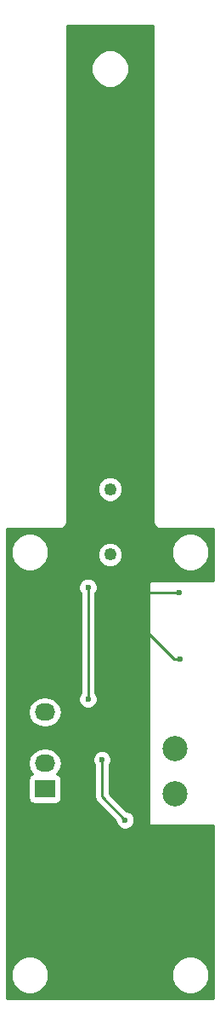
<source format=gbr>
G04 #@! TF.FileFunction,Copper,L2,Bot,Signal*
%FSLAX46Y46*%
G04 Gerber Fmt 4.6, Leading zero omitted, Abs format (unit mm)*
G04 Created by KiCad (PCBNEW (2015-06-09 BZR 5726)-product) date Fri 12 Jun 2015 06:36:18 PM PDT*
%MOMM*%
G01*
G04 APERTURE LIST*
%ADD10C,0.100000*%
%ADD11C,2.499360*%
%ADD12C,1.250000*%
%ADD13R,2.032000X1.727200*%
%ADD14O,2.032000X1.727200*%
%ADD15C,0.600000*%
%ADD16C,0.250000*%
%ADD17C,0.254000*%
G04 APERTURE END LIST*
D10*
D11*
X153500000Y-132500000D03*
D12*
X147000000Y-106750000D03*
X147000000Y-113250000D03*
D11*
X153500000Y-137000000D03*
D13*
X140500000Y-136500000D03*
D14*
X140500000Y-133960000D03*
X140500000Y-131420000D03*
X140500000Y-128880000D03*
D15*
X146200000Y-133600000D03*
X148500000Y-139600000D03*
X153900000Y-117000000D03*
X154000000Y-123600000D03*
X143100000Y-132400000D03*
X144500000Y-139800000D03*
X144300000Y-153100000D03*
X150100000Y-153100000D03*
X140500000Y-121000000D03*
X147100000Y-96200000D03*
X144800000Y-127600000D03*
X144800000Y-116500000D03*
D16*
X146200000Y-137300000D02*
X146200000Y-133600000D01*
X148500000Y-139600000D02*
X146200000Y-137300000D01*
X153900000Y-117000000D02*
X150800000Y-117000000D01*
X150800000Y-117000000D02*
X150900000Y-117000000D01*
X150900000Y-117000000D02*
X150800000Y-117000000D01*
X153400000Y-123600000D02*
X150800000Y-121000000D01*
X154000000Y-123600000D02*
X153400000Y-123600000D01*
X144500000Y-139800000D02*
X143100000Y-138400000D01*
X143100000Y-138400000D02*
X143100000Y-132400000D01*
X144500000Y-152900000D02*
X144300000Y-153100000D01*
X144500000Y-139800000D02*
X144500000Y-152900000D01*
X144300000Y-153100000D02*
X150100000Y-153100000D01*
X150800000Y-117000000D02*
X150800000Y-121000000D01*
X147100000Y-96200000D02*
X150800000Y-99900000D01*
X150800000Y-109824882D02*
X150800000Y-117000000D01*
X150800000Y-99900000D02*
X150800000Y-109824882D01*
X145775118Y-109824882D02*
X150800000Y-109824882D01*
X143100000Y-112500000D02*
X145775118Y-109824882D01*
X140924264Y-121000000D02*
X140935174Y-121010910D01*
X140500000Y-121000000D02*
X140924264Y-121000000D01*
X143100000Y-121010910D02*
X143100000Y-112500000D01*
X140935174Y-121010910D02*
X143100000Y-121010910D01*
X143100000Y-132400000D02*
X143100000Y-121010910D01*
X144800000Y-127600000D02*
X144800000Y-116500000D01*
D17*
G36*
X157315000Y-157315000D02*
X156885326Y-157315000D01*
X156885326Y-154626695D01*
X156598957Y-153933628D01*
X156069161Y-153402907D01*
X155376595Y-153115328D01*
X154626695Y-153114674D01*
X153933628Y-153401043D01*
X153402907Y-153930839D01*
X153115328Y-154623405D01*
X153114674Y-155373305D01*
X153401043Y-156066372D01*
X153930839Y-156597093D01*
X154623405Y-156884672D01*
X155373305Y-156885326D01*
X156066372Y-156598957D01*
X156597093Y-156069161D01*
X156884672Y-155376595D01*
X156885326Y-154626695D01*
X156885326Y-157315000D01*
X149435162Y-157315000D01*
X149435162Y-139414833D01*
X149293117Y-139071057D01*
X149030327Y-138807808D01*
X148885326Y-138747598D01*
X148885326Y-64626695D01*
X148598957Y-63933628D01*
X148069161Y-63402907D01*
X147376595Y-63115328D01*
X146626695Y-63114674D01*
X145933628Y-63401043D01*
X145402907Y-63930839D01*
X145115328Y-64623405D01*
X145114674Y-65373305D01*
X145401043Y-66066372D01*
X145930839Y-66597093D01*
X146623405Y-66884672D01*
X147373305Y-66885326D01*
X148066372Y-66598957D01*
X148597093Y-66069161D01*
X148884672Y-65376595D01*
X148885326Y-64626695D01*
X148885326Y-138747598D01*
X148686799Y-138665162D01*
X148639923Y-138665121D01*
X148260218Y-138285416D01*
X148260218Y-113000470D01*
X148260218Y-106500470D01*
X148068799Y-106037200D01*
X147714665Y-105682447D01*
X147251729Y-105490219D01*
X146750470Y-105489782D01*
X146287200Y-105681201D01*
X145932447Y-106035335D01*
X145740219Y-106498271D01*
X145739782Y-106999530D01*
X145931201Y-107462800D01*
X146285335Y-107817553D01*
X146748271Y-108009781D01*
X147249530Y-108010218D01*
X147712800Y-107818799D01*
X148067553Y-107464665D01*
X148259781Y-107001729D01*
X148260218Y-106500470D01*
X148260218Y-113000470D01*
X148068799Y-112537200D01*
X147714665Y-112182447D01*
X147251729Y-111990219D01*
X146750470Y-111989782D01*
X146287200Y-112181201D01*
X145932447Y-112535335D01*
X145740219Y-112998271D01*
X145739782Y-113499530D01*
X145931201Y-113962800D01*
X146285335Y-114317553D01*
X146748271Y-114509781D01*
X147249530Y-114510218D01*
X147712800Y-114318799D01*
X148067553Y-113964665D01*
X148259781Y-113501729D01*
X148260218Y-113000470D01*
X148260218Y-138285416D01*
X146960000Y-136985198D01*
X146960000Y-134162462D01*
X146992192Y-134130327D01*
X147134838Y-133786799D01*
X147135162Y-133414833D01*
X146993117Y-133071057D01*
X146730327Y-132807808D01*
X146386799Y-132665162D01*
X146014833Y-132664838D01*
X145735162Y-132780395D01*
X145735162Y-127414833D01*
X145593117Y-127071057D01*
X145560000Y-127037882D01*
X145560000Y-117062462D01*
X145592192Y-117030327D01*
X145734838Y-116686799D01*
X145735162Y-116314833D01*
X145593117Y-115971057D01*
X145330327Y-115707808D01*
X144986799Y-115565162D01*
X144614833Y-115564838D01*
X144271057Y-115706883D01*
X144007808Y-115969673D01*
X143865162Y-116313201D01*
X143864838Y-116685167D01*
X144006883Y-117028943D01*
X144040000Y-117062117D01*
X144040000Y-127037537D01*
X144007808Y-127069673D01*
X143865162Y-127413201D01*
X143864838Y-127785167D01*
X144006883Y-128128943D01*
X144269673Y-128392192D01*
X144613201Y-128534838D01*
X144985167Y-128535162D01*
X145328943Y-128393117D01*
X145592192Y-128130327D01*
X145734838Y-127786799D01*
X145735162Y-127414833D01*
X145735162Y-132780395D01*
X145671057Y-132806883D01*
X145407808Y-133069673D01*
X145265162Y-133413201D01*
X145264838Y-133785167D01*
X145406883Y-134128943D01*
X145440000Y-134162117D01*
X145440000Y-137300000D01*
X145497852Y-137590839D01*
X145662599Y-137837401D01*
X147564877Y-139739679D01*
X147564838Y-139785167D01*
X147706883Y-140128943D01*
X147969673Y-140392192D01*
X148313201Y-140534838D01*
X148685167Y-140535162D01*
X149028943Y-140393117D01*
X149292192Y-140130327D01*
X149434838Y-139786799D01*
X149435162Y-139414833D01*
X149435162Y-157315000D01*
X142183345Y-157315000D01*
X142183345Y-133960000D01*
X142183345Y-128880000D01*
X142069271Y-128306511D01*
X141744415Y-127820330D01*
X141258234Y-127495474D01*
X140885326Y-127421298D01*
X140885326Y-112626695D01*
X140598957Y-111933628D01*
X140069161Y-111402907D01*
X139376595Y-111115328D01*
X138626695Y-111114674D01*
X137933628Y-111401043D01*
X137402907Y-111930839D01*
X137115328Y-112623405D01*
X137114674Y-113373305D01*
X137401043Y-114066372D01*
X137930839Y-114597093D01*
X138623405Y-114884672D01*
X139373305Y-114885326D01*
X140066372Y-114598957D01*
X140597093Y-114069161D01*
X140884672Y-113376595D01*
X140885326Y-112626695D01*
X140885326Y-127421298D01*
X140684745Y-127381400D01*
X140315255Y-127381400D01*
X139741766Y-127495474D01*
X139255585Y-127820330D01*
X138930729Y-128306511D01*
X138816655Y-128880000D01*
X138930729Y-129453489D01*
X139255585Y-129939670D01*
X139741766Y-130264526D01*
X140315255Y-130378600D01*
X140684745Y-130378600D01*
X141258234Y-130264526D01*
X141744415Y-129939670D01*
X142069271Y-129453489D01*
X142183345Y-128880000D01*
X142183345Y-133960000D01*
X142069271Y-133386511D01*
X141744415Y-132900330D01*
X141258234Y-132575474D01*
X140684745Y-132461400D01*
X140315255Y-132461400D01*
X139741766Y-132575474D01*
X139255585Y-132900330D01*
X138930729Y-133386511D01*
X138816655Y-133960000D01*
X138930729Y-134533489D01*
X139255585Y-135019670D01*
X139271367Y-135030215D01*
X139241877Y-135035937D01*
X139029073Y-135175727D01*
X138886623Y-135386760D01*
X138836560Y-135636400D01*
X138836560Y-137363600D01*
X138883537Y-137605723D01*
X139023327Y-137818527D01*
X139234360Y-137960977D01*
X139484000Y-138011040D01*
X141516000Y-138011040D01*
X141758123Y-137964063D01*
X141970927Y-137824273D01*
X142113377Y-137613240D01*
X142163440Y-137363600D01*
X142163440Y-135636400D01*
X142116463Y-135394277D01*
X141976673Y-135181473D01*
X141765640Y-135039023D01*
X141727037Y-135031281D01*
X141744415Y-135019670D01*
X142069271Y-134533489D01*
X142183345Y-133960000D01*
X142183345Y-157315000D01*
X140885326Y-157315000D01*
X140885326Y-154626695D01*
X140598957Y-153933628D01*
X140069161Y-153402907D01*
X139376595Y-153115328D01*
X138626695Y-153114674D01*
X137933628Y-153401043D01*
X137402907Y-153930839D01*
X137115328Y-154623405D01*
X137114674Y-155373305D01*
X137401043Y-156066372D01*
X137930839Y-156597093D01*
X138623405Y-156884672D01*
X139373305Y-156885326D01*
X140066372Y-156598957D01*
X140597093Y-156069161D01*
X140884672Y-155376595D01*
X140885326Y-154626695D01*
X140885326Y-157315000D01*
X136685000Y-157315000D01*
X136685000Y-113000000D01*
X136685000Y-110685000D01*
X141000000Y-110685000D01*
X142000000Y-110685000D01*
X142262138Y-110632857D01*
X142484368Y-110484368D01*
X142632857Y-110262138D01*
X142685000Y-110000000D01*
X142685000Y-60685000D01*
X151315000Y-60685000D01*
X151315000Y-110000000D01*
X151367143Y-110262138D01*
X151515632Y-110484368D01*
X151737862Y-110632857D01*
X152000000Y-110685000D01*
X157315000Y-110685000D01*
X157315000Y-113000000D01*
X157315000Y-115873000D01*
X156885326Y-115873000D01*
X156885326Y-112626695D01*
X156598957Y-111933628D01*
X156069161Y-111402907D01*
X155376595Y-111115328D01*
X154626695Y-111114674D01*
X153933628Y-111401043D01*
X153402907Y-111930839D01*
X153115328Y-112623405D01*
X153114674Y-113373305D01*
X153401043Y-114066372D01*
X153930839Y-114597093D01*
X154623405Y-114884672D01*
X155373305Y-114885326D01*
X156066372Y-114598957D01*
X156597093Y-114069161D01*
X156884672Y-113376595D01*
X156885326Y-112626695D01*
X156885326Y-115873000D01*
X151000000Y-115873000D01*
X150951399Y-115882667D01*
X150910197Y-115910197D01*
X150882667Y-115951399D01*
X150873000Y-116000000D01*
X150873000Y-140000000D01*
X150882667Y-140048601D01*
X150910197Y-140089803D01*
X150951399Y-140117333D01*
X151000000Y-140127000D01*
X157315000Y-140127000D01*
X157315000Y-157315000D01*
X157315000Y-157315000D01*
G37*
X157315000Y-157315000D02*
X156885326Y-157315000D01*
X156885326Y-154626695D01*
X156598957Y-153933628D01*
X156069161Y-153402907D01*
X155376595Y-153115328D01*
X154626695Y-153114674D01*
X153933628Y-153401043D01*
X153402907Y-153930839D01*
X153115328Y-154623405D01*
X153114674Y-155373305D01*
X153401043Y-156066372D01*
X153930839Y-156597093D01*
X154623405Y-156884672D01*
X155373305Y-156885326D01*
X156066372Y-156598957D01*
X156597093Y-156069161D01*
X156884672Y-155376595D01*
X156885326Y-154626695D01*
X156885326Y-157315000D01*
X149435162Y-157315000D01*
X149435162Y-139414833D01*
X149293117Y-139071057D01*
X149030327Y-138807808D01*
X148885326Y-138747598D01*
X148885326Y-64626695D01*
X148598957Y-63933628D01*
X148069161Y-63402907D01*
X147376595Y-63115328D01*
X146626695Y-63114674D01*
X145933628Y-63401043D01*
X145402907Y-63930839D01*
X145115328Y-64623405D01*
X145114674Y-65373305D01*
X145401043Y-66066372D01*
X145930839Y-66597093D01*
X146623405Y-66884672D01*
X147373305Y-66885326D01*
X148066372Y-66598957D01*
X148597093Y-66069161D01*
X148884672Y-65376595D01*
X148885326Y-64626695D01*
X148885326Y-138747598D01*
X148686799Y-138665162D01*
X148639923Y-138665121D01*
X148260218Y-138285416D01*
X148260218Y-113000470D01*
X148260218Y-106500470D01*
X148068799Y-106037200D01*
X147714665Y-105682447D01*
X147251729Y-105490219D01*
X146750470Y-105489782D01*
X146287200Y-105681201D01*
X145932447Y-106035335D01*
X145740219Y-106498271D01*
X145739782Y-106999530D01*
X145931201Y-107462800D01*
X146285335Y-107817553D01*
X146748271Y-108009781D01*
X147249530Y-108010218D01*
X147712800Y-107818799D01*
X148067553Y-107464665D01*
X148259781Y-107001729D01*
X148260218Y-106500470D01*
X148260218Y-113000470D01*
X148068799Y-112537200D01*
X147714665Y-112182447D01*
X147251729Y-111990219D01*
X146750470Y-111989782D01*
X146287200Y-112181201D01*
X145932447Y-112535335D01*
X145740219Y-112998271D01*
X145739782Y-113499530D01*
X145931201Y-113962800D01*
X146285335Y-114317553D01*
X146748271Y-114509781D01*
X147249530Y-114510218D01*
X147712800Y-114318799D01*
X148067553Y-113964665D01*
X148259781Y-113501729D01*
X148260218Y-113000470D01*
X148260218Y-138285416D01*
X146960000Y-136985198D01*
X146960000Y-134162462D01*
X146992192Y-134130327D01*
X147134838Y-133786799D01*
X147135162Y-133414833D01*
X146993117Y-133071057D01*
X146730327Y-132807808D01*
X146386799Y-132665162D01*
X146014833Y-132664838D01*
X145735162Y-132780395D01*
X145735162Y-127414833D01*
X145593117Y-127071057D01*
X145560000Y-127037882D01*
X145560000Y-117062462D01*
X145592192Y-117030327D01*
X145734838Y-116686799D01*
X145735162Y-116314833D01*
X145593117Y-115971057D01*
X145330327Y-115707808D01*
X144986799Y-115565162D01*
X144614833Y-115564838D01*
X144271057Y-115706883D01*
X144007808Y-115969673D01*
X143865162Y-116313201D01*
X143864838Y-116685167D01*
X144006883Y-117028943D01*
X144040000Y-117062117D01*
X144040000Y-127037537D01*
X144007808Y-127069673D01*
X143865162Y-127413201D01*
X143864838Y-127785167D01*
X144006883Y-128128943D01*
X144269673Y-128392192D01*
X144613201Y-128534838D01*
X144985167Y-128535162D01*
X145328943Y-128393117D01*
X145592192Y-128130327D01*
X145734838Y-127786799D01*
X145735162Y-127414833D01*
X145735162Y-132780395D01*
X145671057Y-132806883D01*
X145407808Y-133069673D01*
X145265162Y-133413201D01*
X145264838Y-133785167D01*
X145406883Y-134128943D01*
X145440000Y-134162117D01*
X145440000Y-137300000D01*
X145497852Y-137590839D01*
X145662599Y-137837401D01*
X147564877Y-139739679D01*
X147564838Y-139785167D01*
X147706883Y-140128943D01*
X147969673Y-140392192D01*
X148313201Y-140534838D01*
X148685167Y-140535162D01*
X149028943Y-140393117D01*
X149292192Y-140130327D01*
X149434838Y-139786799D01*
X149435162Y-139414833D01*
X149435162Y-157315000D01*
X142183345Y-157315000D01*
X142183345Y-133960000D01*
X142183345Y-128880000D01*
X142069271Y-128306511D01*
X141744415Y-127820330D01*
X141258234Y-127495474D01*
X140885326Y-127421298D01*
X140885326Y-112626695D01*
X140598957Y-111933628D01*
X140069161Y-111402907D01*
X139376595Y-111115328D01*
X138626695Y-111114674D01*
X137933628Y-111401043D01*
X137402907Y-111930839D01*
X137115328Y-112623405D01*
X137114674Y-113373305D01*
X137401043Y-114066372D01*
X137930839Y-114597093D01*
X138623405Y-114884672D01*
X139373305Y-114885326D01*
X140066372Y-114598957D01*
X140597093Y-114069161D01*
X140884672Y-113376595D01*
X140885326Y-112626695D01*
X140885326Y-127421298D01*
X140684745Y-127381400D01*
X140315255Y-127381400D01*
X139741766Y-127495474D01*
X139255585Y-127820330D01*
X138930729Y-128306511D01*
X138816655Y-128880000D01*
X138930729Y-129453489D01*
X139255585Y-129939670D01*
X139741766Y-130264526D01*
X140315255Y-130378600D01*
X140684745Y-130378600D01*
X141258234Y-130264526D01*
X141744415Y-129939670D01*
X142069271Y-129453489D01*
X142183345Y-128880000D01*
X142183345Y-133960000D01*
X142069271Y-133386511D01*
X141744415Y-132900330D01*
X141258234Y-132575474D01*
X140684745Y-132461400D01*
X140315255Y-132461400D01*
X139741766Y-132575474D01*
X139255585Y-132900330D01*
X138930729Y-133386511D01*
X138816655Y-133960000D01*
X138930729Y-134533489D01*
X139255585Y-135019670D01*
X139271367Y-135030215D01*
X139241877Y-135035937D01*
X139029073Y-135175727D01*
X138886623Y-135386760D01*
X138836560Y-135636400D01*
X138836560Y-137363600D01*
X138883537Y-137605723D01*
X139023327Y-137818527D01*
X139234360Y-137960977D01*
X139484000Y-138011040D01*
X141516000Y-138011040D01*
X141758123Y-137964063D01*
X141970927Y-137824273D01*
X142113377Y-137613240D01*
X142163440Y-137363600D01*
X142163440Y-135636400D01*
X142116463Y-135394277D01*
X141976673Y-135181473D01*
X141765640Y-135039023D01*
X141727037Y-135031281D01*
X141744415Y-135019670D01*
X142069271Y-134533489D01*
X142183345Y-133960000D01*
X142183345Y-157315000D01*
X140885326Y-157315000D01*
X140885326Y-154626695D01*
X140598957Y-153933628D01*
X140069161Y-153402907D01*
X139376595Y-153115328D01*
X138626695Y-153114674D01*
X137933628Y-153401043D01*
X137402907Y-153930839D01*
X137115328Y-154623405D01*
X137114674Y-155373305D01*
X137401043Y-156066372D01*
X137930839Y-156597093D01*
X138623405Y-156884672D01*
X139373305Y-156885326D01*
X140066372Y-156598957D01*
X140597093Y-156069161D01*
X140884672Y-155376595D01*
X140885326Y-154626695D01*
X140885326Y-157315000D01*
X136685000Y-157315000D01*
X136685000Y-113000000D01*
X136685000Y-110685000D01*
X141000000Y-110685000D01*
X142000000Y-110685000D01*
X142262138Y-110632857D01*
X142484368Y-110484368D01*
X142632857Y-110262138D01*
X142685000Y-110000000D01*
X142685000Y-60685000D01*
X151315000Y-60685000D01*
X151315000Y-110000000D01*
X151367143Y-110262138D01*
X151515632Y-110484368D01*
X151737862Y-110632857D01*
X152000000Y-110685000D01*
X157315000Y-110685000D01*
X157315000Y-113000000D01*
X157315000Y-115873000D01*
X156885326Y-115873000D01*
X156885326Y-112626695D01*
X156598957Y-111933628D01*
X156069161Y-111402907D01*
X155376595Y-111115328D01*
X154626695Y-111114674D01*
X153933628Y-111401043D01*
X153402907Y-111930839D01*
X153115328Y-112623405D01*
X153114674Y-113373305D01*
X153401043Y-114066372D01*
X153930839Y-114597093D01*
X154623405Y-114884672D01*
X155373305Y-114885326D01*
X156066372Y-114598957D01*
X156597093Y-114069161D01*
X156884672Y-113376595D01*
X156885326Y-112626695D01*
X156885326Y-115873000D01*
X151000000Y-115873000D01*
X150951399Y-115882667D01*
X150910197Y-115910197D01*
X150882667Y-115951399D01*
X150873000Y-116000000D01*
X150873000Y-140000000D01*
X150882667Y-140048601D01*
X150910197Y-140089803D01*
X150951399Y-140117333D01*
X151000000Y-140127000D01*
X157315000Y-140127000D01*
X157315000Y-157315000D01*
M02*

</source>
